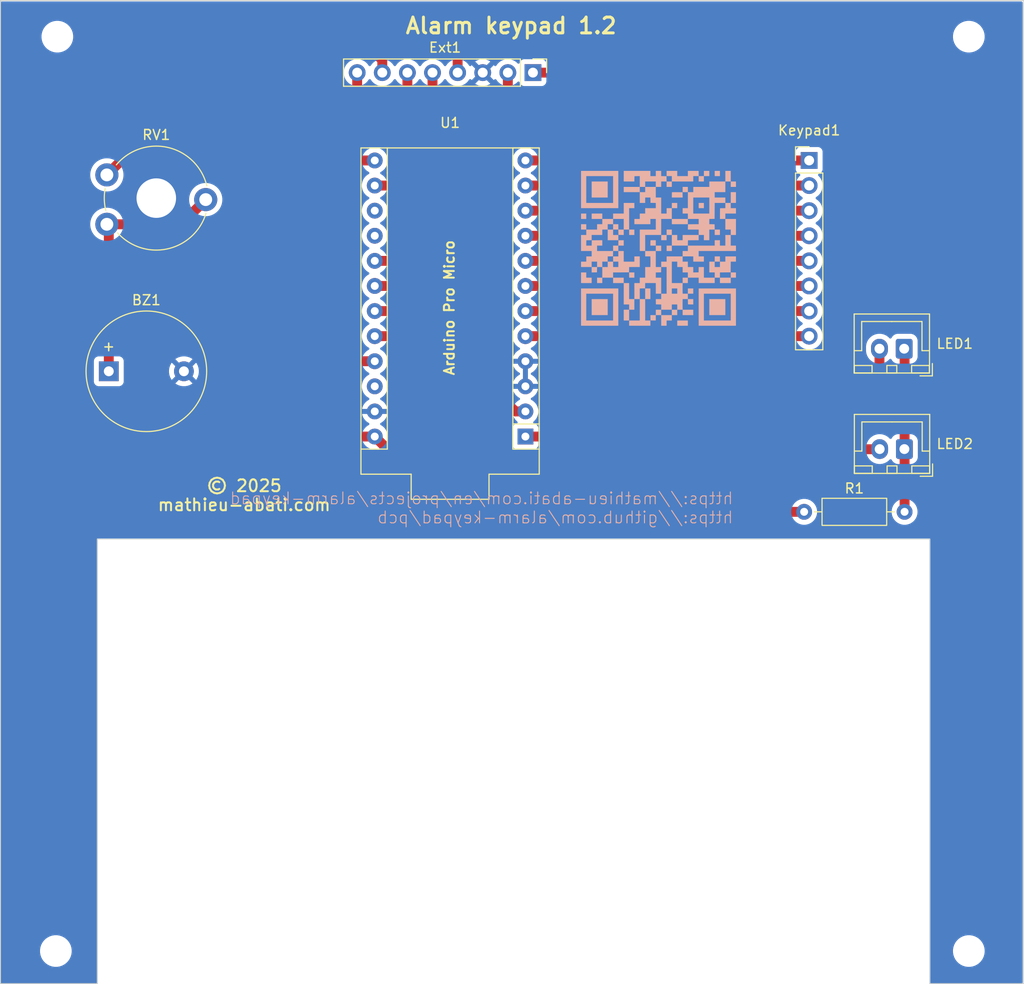
<source format=kicad_pcb>
(kicad_pcb (version 20241229) (generator "pcbnew") (generator_version "9.0")
  (title_block (title "Alarm keypad") (date "2025-11-15") (rev "1.2") (company "Mathieu Abati"))
  (layers (0 "F.Cu" signal) (2 "B.Cu" signal) (13 "F.Paste" user) (15 "B.Paste" user) (5 "F.SilkS" user "F.Silkscreen") (7 "B.SilkS" user "B.Silkscreen") (1 "F.Mask" user) (3 "B.Mask" user) (25 "Edge.Cuts" user))
  (net 0 "")
  (net 1 "GND")
  (net 2 "Net-(BZ1--)")
  (net 3 "Net-(Ext1-Pin_2)")
  (net 4 "Net-(Ext1-Pin_7)")
  (net 5 "Net-(Ext1-Pin_6)")
  (net 6 "Net-(Ext1-Pin_5)")
  (net 7 "Net-(Ext1-Pin_4)")
  (net 8 "Net-(Ext1-Pin_8)")
  (net 9 "Net-(Ext1-Pin_1)")
  (net 10 "Net-(Keypad1-Pin_7)")
  (net 11 "Net-(Keypad1-Pin_1)")
  (net 12 "Net-(Keypad1-Pin_2)")
  (net 13 "Net-(Keypad1-Pin_8)")
  (net 14 "Net-(Keypad1-Pin_4)")
  (net 15 "Net-(Keypad1-Pin_5)")
  (net 16 "Net-(Keypad1-Pin_3)")
  (net 17 "Net-(Keypad1-Pin_6)")
  (net 18 "Net-(LED1-Pin_2)")
  (net 19 "Net-(LED1-Pin_1)")
  (net 20 "Net-(LED2-Pin_2)")
  (net 21 "Net-(U1-~D10{slash}A10)")
  (footprint "Potentiometer_THT:Potentiometer_Piher_PT-10-V10_Vertical_Hole" (layer "F.Cu") (at 106.76 66.15)
    (property "Reference" "RV1" (at 5 -9.05 0) (layer "F.SilkS"))
    (property "Value" "R_Potentiometer")
    (pad "" np_thru_hole circle (at 5 -2.65) (size 4 4) (drill 4) (layers "*.Cu" "*.Mask"))
    (pad "1" thru_hole circle (at 0 0) (size 2.34 2.34) (drill 1.3) (layers "*.Cu" "*.Mask") (net 2 "Net-(BZ1--)"))
    (pad "2" thru_hole circle (at 10 -2.5) (size 2.34 2.34) (drill 1.3) (layers "*.Cu" "*.Mask") (net 2 "Net-(BZ1--)"))
    (pad "3" thru_hole circle (at 0 -5) (size 2.34 2.34) (drill 1.3) (layers "*.Cu" "*.Mask") (net 21 "Net-(U1-~D10{slash}A10)"))
  )
  (footprint "Arduino:Sparkfun_Pro_Micro" (layer "F.Cu") (at 133.858 59.69)
    (property "Reference" "U1" (at 7.62 -3.81 0) (layer "F.SilkS"))
    (property "Value" "Sparkfun_Pro_Micro")
    (pad "1" thru_hole rect (at 15.24 27.94) (size 1.6 1.6) (drill 0.8) (layers "*.Cu" "*.Mask") (net 9 "Net-(Ext1-Pin_1)"))
    (pad "2" thru_hole oval (at 15.24 25.4) (size 1.6 1.6) (drill 0.8) (layers "*.Cu" "*.Mask") (net 3 "Net-(Ext1-Pin_2)"))
    (pad "3" thru_hole oval (at 15.24 22.86) (size 1.6 1.6) (drill 0.8) (layers "*.Cu" "*.Mask") (net 1 "GND"))
    (pad "4" thru_hole oval (at 15.24 20.32) (size 1.6 1.6) (drill 0.8) (layers "*.Cu" "*.Mask") (net 1 "GND"))
    (pad "5" thru_hole oval (at 15.24 17.78) (size 1.6 1.6) (drill 0.8) (layers "*.Cu" "*.Mask") (net 13 "Net-(Keypad1-Pin_8)"))
    (pad "6" thru_hole oval (at 15.24 15.24) (size 1.6 1.6) (drill 0.8) (layers "*.Cu" "*.Mask") (net 10 "Net-(Keypad1-Pin_7)"))
    (pad "7" thru_hole oval (at 15.24 12.7) (size 1.6 1.6) (drill 0.8) (layers "*.Cu" "*.Mask") (net 17 "Net-(Keypad1-Pin_6)"))
    (pad "8" thru_hole oval (at 15.24 10.16) (size 1.6 1.6) (drill 0.8) (layers "*.Cu" "*.Mask") (net 15 "Net-(Keypad1-Pin_5)"))
    (pad "9" thru_hole oval (at 15.24 7.62) (size 1.6 1.6) (drill 0.8) (layers "*.Cu" "*.Mask") (net 14 "Net-(Keypad1-Pin_4)"))
    (pad "10" thru_hole oval (at 15.24 5.08) (size 1.6 1.6) (drill 0.8) (layers "*.Cu" "*.Mask") (net 16 "Net-(Keypad1-Pin_3)"))
    (pad "11" thru_hole oval (at 15.24 2.54) (size 1.6 1.6) (drill 0.8) (layers "*.Cu" "*.Mask") (net 12 "Net-(Keypad1-Pin_2)"))
    (pad "12" thru_hole oval (at 15.24 0) (size 1.6 1.6) (drill 0.8) (layers "*.Cu" "*.Mask") (net 11 "Net-(Keypad1-Pin_1)"))
    (pad "13" thru_hole oval (at 0 0) (size 1.6 1.6) (drill 0.8) (layers "*.Cu" "*.Mask") (net 21 "Net-(U1-~D10{slash}A10)"))
    (pad "14" thru_hole oval (at 0 2.54) (size 1.6 1.6) (drill 0.8) (layers "*.Cu" "*.Mask") (net 8 "Net-(Ext1-Pin_8)"))
    (pad "15" thru_hole oval (at 0 5.08) (size 1.6 1.6) (drill 0.8) (layers "*.Cu" "*.Mask"))
    (pad "16" thru_hole oval (at 0 7.62) (size 1.6 1.6) (drill 0.8) (layers "*.Cu" "*.Mask"))
    (pad "17" thru_hole oval (at 0 10.16) (size 1.6 1.6) (drill 0.8) (layers "*.Cu" "*.Mask") (net 5 "Net-(Ext1-Pin_6)"))
    (pad "18" thru_hole oval (at 0 12.7) (size 1.6 1.6) (drill 0.8) (layers "*.Cu" "*.Mask") (net 6 "Net-(Ext1-Pin_5)"))
    (pad "19" thru_hole oval (at 0 15.24) (size 1.6 1.6) (drill 0.8) (layers "*.Cu" "*.Mask") (net 18 "Net-(LED1-Pin_2)"))
    (pad "20" thru_hole oval (at 0 17.78) (size 1.6 1.6) (drill 0.8) (layers "*.Cu" "*.Mask") (net 20 "Net-(LED2-Pin_2)"))
    (pad "21" thru_hole oval (at 0 20.32) (size 1.6 1.6) (drill 0.8) (layers "*.Cu" "*.Mask") (net 4 "Net-(Ext1-Pin_7)"))
    (pad "22" thru_hole oval (at 0 22.86) (size 1.6 1.6) (drill 0.8) (layers "*.Cu" "*.Mask"))
    (pad "23" thru_hole oval (at 0 25.4) (size 1.6 1.6) (drill 0.8) (layers "*.Cu" "*.Mask") (net 1 "GND"))
    (pad "24" thru_hole oval (at 0 27.94) (size 1.6 1.6) (drill 0.8) (layers "*.Cu" "*.Mask") (net 7 "Net-(Ext1-Pin_4)"))
  )
  (footprint "" (layer "F.Cu") (at 194 139.538)
    (property "Reference" "" (at 0 0 0) (layer "F.SilkS") (effects (font (size 1.27 1.27))))
    (property "Value" "")
    (pad "" np_thru_hole circle (at -0.05 0.162) (size 2.7 2.7) (drill 2.7) (layers "*.Cu" "*.Mask"))
  )
  (footprint "Connector_JST:JST_XH_B2B-XH-A_1x02_P2.50mm_Vertical" (layer "F.Cu") (at 187.412 78.74 180)
    (property "Reference" "LED1" (at -5.12 0.508 0) (layer "F.SilkS"))
    (property "Value" "Conn_01x02")
    (pad "1" thru_hole roundrect (at 0 0 180) (size 1.7 2) (drill 1) (layers "*.Cu" "*.Mask") (roundrect_rratio 0.147059) (net 19 "Net-(LED1-Pin_1)"))
    (pad "2" thru_hole oval (at 2.5 0 180) (size 1.7 2) (drill 1) (layers "*.Cu" "*.Mask") (net 18 "Net-(LED1-Pin_2)"))
  )
  (footprint "" (layer "F.Cu") (at 194 47)
    (property "Reference" "" (at 0 0 0) (layer "F.SilkS") (effects (font (size 1.27 1.27))))
    (property "Value" "")
    (pad "" np_thru_hole circle (at -0.05 0.162) (size 2.7 2.7) (drill 2.7) (layers "*.Cu" "*.Mask"))
  )
  (footprint "" (layer "F.Cu") (at 101.8 47)
    (property "Reference" "" (at 0 0 0) (layer "F.SilkS") (effects (font (size 1.27 1.27))))
    (property "Value" "")
    (pad "" np_thru_hole circle (at -0.05 0.162) (size 2.7 2.7) (drill 2.7) (layers "*.Cu" "*.Mask"))
  )
  (footprint "Resistor_THT:R_Axial_DIN0207_L6.3mm_D2.5mm_P10.16mm_Horizontal" (layer "F.Cu") (at 177.292 95.25)
    (property "Reference" "R1" (at 5.08 -2.37 0) (layer "F.SilkS"))
    (property "Value" "R")
    (pad "1" thru_hole circle (at 0 0) (size 1.6 1.6) (drill 0.8) (layers "*.Cu" "*.Mask") (net 7 "Net-(Ext1-Pin_4)"))
    (pad "2" thru_hole circle (at 10.16 0) (size 1.6 1.6) (drill 0.8) (layers "*.Cu" "*.Mask") (net 19 "Net-(LED1-Pin_1)"))
  )
  (footprint "Buzzer_Beeper:Buzzer_12x9.5RM7.6" (layer "F.Cu") (at 106.954 81.026)
    (property "Reference" "BZ1" (at 3.8 -7.2 0) (layer "F.SilkS"))
    (property "Value" "Buzzer")
    (fp_text user "+" (at -0.01 -2.54 0) (layer "F.SilkS"))
    (pad "1" thru_hole rect (at 0 0) (size 2 2) (drill 1) (layers "*.Cu" "*.Mask") (net 2 "Net-(BZ1--)"))
    (pad "2" thru_hole circle (at 7.6 0) (size 2 2) (drill 1) (layers "*.Cu" "*.Mask") (net 1 "GND"))
  )
  (footprint "Connector_JST:JST_XH_B2B-XH-A_1x02_P2.50mm_Vertical" (layer "F.Cu") (at 187.432 88.9 180)
    (property "Reference" "LED2" (at -5.1 0.525 0) (layer "F.SilkS"))
    (property "Value" "Conn_01x02")
    (pad "1" thru_hole roundrect (at 0 0 180) (size 1.7 2) (drill 1) (layers "*.Cu" "*.Mask") (roundrect_rratio 0.147059) (net 19 "Net-(LED1-Pin_1)"))
    (pad "2" thru_hole oval (at 2.5 0 180) (size 1.7 2) (drill 1) (layers "*.Cu" "*.Mask") (net 20 "Net-(LED2-Pin_2)"))
  )
  (footprint "" (layer "F.Cu") (at 101.65 139.538)
    (property "Reference" "" (at 0 0 0) (layer "F.SilkS") (effects (font (size 1.27 1.27))))
    (property "Value" "")
    (pad "" np_thru_hole circle (at -0.05 0.162) (size 2.7 2.7) (drill 2.7) (layers "*.Cu" "*.Mask"))
  )
  (footprint "Connector_PinHeader_2.54mm:PinHeader_1x08_P2.54mm_Vertical" (layer "F.Cu") (at 177.8 59.69)
    (property "Reference" "Keypad1" (at 0 -3.048 0) (layer "F.SilkS"))
    (property "Value" "Conn_01x08")
    (pad "1" thru_hole rect (at 0 0) (size 1.7 1.7) (drill 1) (layers "*.Cu" "*.Mask") (net 11 "Net-(Keypad1-Pin_1)"))
    (pad "2" thru_hole circle (at 0 2.54) (size 1.7 1.7) (drill 1) (layers "*.Cu" "*.Mask") (net 12 "Net-(Keypad1-Pin_2)"))
    (pad "3" thru_hole circle (at 0 5.08) (size 1.7 1.7) (drill 1) (layers "*.Cu" "*.Mask") (net 16 "Net-(Keypad1-Pin_3)"))
    (pad "4" thru_hole circle (at 0 7.62) (size 1.7 1.7) (drill 1) (layers "*.Cu" "*.Mask") (net 14 "Net-(Keypad1-Pin_4)"))
    (pad "5" thru_hole circle (at 0 10.16) (size 1.7 1.7) (drill 1) (layers "*.Cu" "*.Mask") (net 15 "Net-(Keypad1-Pin_5)"))
    (pad "6" thru_hole circle (at 0 12.7) (size 1.7 1.7) (drill 1) (layers "*.Cu" "*.Mask") (net 17 "Net-(Keypad1-Pin_6)"))
    (pad "7" thru_hole circle (at 0 15.24) (size 1.7 1.7) (drill 1) (layers "*.Cu" "*.Mask") (net 10 "Net-(Keypad1-Pin_7)"))
    (pad "8" thru_hole circle (at 0 17.78) (size 1.7 1.7) (drill 1) (layers "*.Cu" "*.Mask") (net 13 "Net-(Keypad1-Pin_8)"))
  )
  (footprint "Connector_PinHeader_2.54mm:PinHeader_1x08_P2.54mm_Vertical" (layer "F.Cu") (at 149.86 50.8 -90)
    (property "Reference" "Ext1" (at -2.54 8.89 180) (layer "F.SilkS"))
    (property "Value" "Conn_01x08")
    (pad "1" thru_hole rect (at 0 0 270) (size 1.7 1.7) (drill 1) (layers "*.Cu" "*.Mask") (net 9 "Net-(Ext1-Pin_1)"))
    (pad "2" thru_hole circle (at 0 2.54 270) (size 1.7 1.7) (drill 1) (layers "*.Cu" "*.Mask") (net 3 "Net-(Ext1-Pin_2)"))
    (pad "3" thru_hole circle (at 0 5.08 270) (size 1.7 1.7) (drill 1) (layers "*.Cu" "*.Mask") (net 1 "GND"))
    (pad "4" thru_hole circle (at 0 7.62 270) (size 1.7 1.7) (drill 1) (layers "*.Cu" "*.Mask") (net 7 "Net-(Ext1-Pin_4)"))
    (pad "5" thru_hole circle (at 0 10.16 270) (size 1.7 1.7) (drill 1) (layers "*.Cu" "*.Mask") (net 6 "Net-(Ext1-Pin_5)"))
    (pad "6" thru_hole circle (at 0 12.7 270) (size 1.7 1.7) (drill 1) (layers "*.Cu" "*.Mask") (net 5 "Net-(Ext1-Pin_6)"))
    (pad "7" thru_hole circle (at 0 15.24 270) (size 1.7 1.7) (drill 1) (layers "*.Cu" "*.Mask") (net 4 "Net-(Ext1-Pin_7)"))
    (pad "8" thru_hole circle (at 0 17.78 270) (size 1.7 1.7) (drill 1) (layers "*.Cu" "*.Mask") (net 8 "Net-(Ext1-Pin_8)"))
  )
  (footprint "qr:qr" (layer "B.Cu") (at 162.56 68.58)
    (property "Reference" "G1" (hide yes))
    (property "Value" "LOGO" (hide yes))
  )
  (gr_line (start 105.8 98) (end 190 98) (stroke (width 0.1)) (layer "Edge.Cuts"))
  (gr_line (start 190 98) (end 190 143) (stroke (width 0.1)) (layer "Edge.Cuts"))
  (gr_line (start 105.8 143) (end 105.8 98) (stroke (width 0.1)) (layer "Edge.Cuts"))
  (gr_line (start 199.5 43.5) (end 199.5 143) (stroke (width 0.1)) (layer "Edge.Cuts"))
  (gr_line (start 105.8 143) (end 96 143) (stroke (width 0.1)) (layer "Edge.Cuts"))
  (gr_line (start 96 43.5) (end 199.5 43.5) (stroke (width 0.1)) (layer "Edge.Cuts"))
  (gr_line (start 96 143) (end 96 43.5) (stroke (width 0.1)) (layer "Edge.Cuts"))
  (gr_line (start 199.5 143) (end 190 143) (stroke (width 0.1)) (layer "Edge.Cuts"))
  (gr_text "Arduino Pro Micro" (at 141.986 81.534 90) (layer "F.SilkS") (effects (font (size 1 1) (thickness 0.2) (bold yes)) (justify left bottom)))
  (gr_text "Alarm keypad 1.2" (at 136.831428 46.99 0) (layer "F.SilkS") (effects (font (size 1.6 1.6) (thickness 0.3) (bold yes)) (justify left bottom)))
  (gr_text "© 2025\nmathieu-abati.com" (at 120.65 95.25 0) (layer "F.SilkS") (effects (font (size 1.2 1.2) (thickness 0.2) (bold yes)) (justify bottom)))
  (gr_text "https://mathieu-abati.com/en/projects/alarm-keypad\nhttps://github.com/alarm-keypad/pcb" (at 170.18 96.52 0) (layer "B.SilkS") (effects (font (size 1.2 1.2) (thickness 0.1)) (justify left bottom mirror)))
  (segment (start 114.26 66.15) (end 116.76 63.65) (width 1) (layer "F.Cu") (net 2))
  (segment (start 106.76 66.15) (end 114.26 66.15) (width 1) (layer "F.Cu") (net 2))
  (segment (start 106.954 81.026) (end 106.954 66.344) (width 1) (layer "F.Cu") (net 2))
  (segment (start 106.954 66.344) (end 106.76 66.15) (width 1) (layer "F.Cu") (net 2))
  (segment (start 147.32 53.34) (end 147.32 50.8) (width 1) (layer "F.Cu") (net 3))
  (segment (start 148.082 85.09) (end 149.098 85.09) (width 1) (layer "F.Cu") (net 3))
  (segment (start 144.78 55.88) (end 147.32 53.34) (width 1) (layer "F.Cu") (net 3))
  (segment (start 144.78 81.788) (end 144.78 55.88) (width 1) (layer "F.Cu") (net 3))
  (segment (start 144.78 81.788) (end 148.082 85.09) (width 1) (layer "F.Cu") (net 3))
  (segment (start 134.62 49.53) (end 133.35 48.26) (width 1) (layer "F.Cu") (net 4))
  (segment (start 111.76 48.26) (end 101.6 58.42) (width 1) (layer "F.Cu") (net 4))
  (segment (start 101.6 81.28) (end 105.41 85.09) (width 1) (layer "F.Cu") (net 4))
  (segment (start 130.81 80.01) (end 133.858 80.01) (width 1) (layer "F.Cu") (net 4))
  (segment (start 105.41 85.09) (end 125.73 85.09) (width 1) (layer "F.Cu") (net 4))
  (segment (start 125.73 85.09) (end 130.81 80.01) (width 1) (layer "F.Cu") (net 4))
  (segment (start 134.62 50.8) (end 134.62 49.53) (width 1) (layer "F.Cu") (net 4))
  (segment (start 101.6 58.42) (end 101.6 81.28) (width 1) (layer "F.Cu") (net 4))
  (segment (start 133.35 48.26) (end 111.76 48.26) (width 1) (layer "F.Cu") (net 4))
  (segment (start 137.16 54.61) (end 137.16 50.8) (width 1) (layer "F.Cu") (net 5))
  (segment (start 139.7 57.15) (end 137.16 54.61) (width 1) (layer "F.Cu") (net 5))
  (segment (start 139.7 66.04) (end 139.7 57.15) (width 1) (layer "F.Cu") (net 5))
  (segment (start 139.7 66.04) (end 135.89 69.85) (width 1) (layer "F.Cu") (net 5))
  (segment (start 135.89 69.85) (end 133.858 69.85) (width 1) (layer "F.Cu") (net 5))
  (segment (start 136.652 72.39) (end 133.858 72.39) (width 1) (layer "F.Cu") (net 6))
  (segment (start 142.24 55.88) (end 139.7 53.34) (width 1) (layer "F.Cu") (net 6))
  (segment (start 139.7 53.34) (end 139.7 50.8) (width 1) (layer "F.Cu") (net 6))
  (segment (start 142.24 66.802) (end 142.24 55.88) (width 1) (layer "F.Cu") (net 6))
  (segment (start 142.24 66.802) (end 136.652 72.39) (width 1) (layer "F.Cu") (net 6))
  (segment (start 99.06 57.15) (end 110.49 45.72) (width 1) (layer "F.Cu") (net 7))
  (segment (start 142.24 48.26) (end 142.24 50.8) (width 1) (layer "F.Cu") (net 7))
  (segment (start 110.49 45.72) (end 139.7 45.72) (width 1) (layer "F.Cu") (net 7))
  (segment (start 99.06 82.55) (end 99.06 57.15) (width 1) (layer "F.Cu") (net 7))
  (segment (start 104.14 87.63) (end 99.06 82.55) (width 1) (layer "F.Cu") (net 7))
  (segment (start 141.478 95.25) (end 133.858 87.63) (width 1) (layer "F.Cu") (net 7))
  (segment (start 139.7 45.72) (end 142.24 48.26) (width 1) (layer "F.Cu") (net 7))
  (segment (start 133.858 87.63) (end 104.14 87.63) (width 1) (layer "F.Cu") (net 7))
  (segment (start 177.292 95.25) (end 141.478 95.25) (width 1) (layer "F.Cu") (net 7))
  (segment (start 132.08 53.34) (end 132.08 50.8) (width 1) (layer "F.Cu") (net 8))
  (segment (start 137.16 58.42) (end 132.08 53.34) (width 1) (layer "F.Cu") (net 8))
  (segment (start 135.509 62.23) (end 133.858 62.23) (width 1) (layer "F.Cu") (net 8))
  (segment (start 137.16 60.579) (end 135.509 62.23) (width 1) (layer "F.Cu") (net 8))
  (segment (start 137.16 60.579) (end 137.16 58.42) (width 1) (layer "F.Cu") (net 8))
  (segment (start 175.26 87.63) (end 149.098 87.63) (width 1) (layer "F.Cu") (net 9))
  (segment (start 149.86 50.8) (end 177.8 50.8) (width 1) (layer "F.Cu") (net 9))
  (segment (start 181.61 81.28) (end 175.26 87.63) (width 1) (layer "F.Cu") (net 9))
  (segment (start 177.8 50.8) (end 181.61 54.61) (width 1) (layer "F.Cu") (net 9))
  (segment (start 181.61 54.61) (end 181.61 81.28) (width 1) (layer "F.Cu") (net 9))
  (segment (start 177.8 74.93) (end 149.098 74.93) (width 1) (layer "F.Cu") (net 10))
  (segment (start 177.8 59.69) (end 149.098 59.69) (width 1) (layer "F.Cu") (net 11))
  (segment (start 149.098 62.23) (end 177.8 62.23) (width 1) (layer "F.Cu") (net 12))
  (segment (start 149.098 77.47) (end 177.8 77.47) (width 1) (layer "F.Cu") (net 13))
  (segment (start 149.098 67.31) (end 177.8 67.31) (width 1) (layer "F.Cu") (net 14))
  (segment (start 177.8 69.85) (end 149.098 69.85) (width 1) (layer "F.Cu") (net 15))
  (segment (start 177.8 64.77) (end 149.098 64.77) (width 1) (layer "F.Cu") (net 16))
  (segment (start 149.098 72.39) (end 177.8 72.39) (width 1) (layer "F.Cu") (net 17))
  (segment (start 139.7 83.82) (end 139.7 77.47) (width 1) (layer "F.Cu") (net 18))
  (segment (start 137.16 74.93) (end 133.858 74.93) (width 1) (layer "F.Cu") (net 18))
  (segment (start 176.53 90.17) (end 146.05 90.17) (width 1) (layer "F.Cu") (net 18))
  (segment (start 146.05 90.17) (end 139.7 83.82) (width 1) (layer "F.Cu") (net 18))
  (segment (start 184.912 81.788) (end 176.53 90.17) (width 1) (layer "F.Cu") (net 18))
  (segment (start 139.7 77.47) (end 137.16 74.93) (width 1) (layer "F.Cu") (net 18))
  (segment (start 184.912 78.74) (end 184.912 81.788) (width 1) (layer "F.Cu") (net 18))
  (segment (start 187.452 78.78) (end 187.412 78.74) (width 1) (layer "F.Cu") (net 19))
  (segment (start 187.452 79.034) (end 187.412 78.994) (width 1) (layer "F.Cu") (net 19))
  (segment (start 187.452 95.25) (end 187.452 78.78) (width 1) (layer "F.Cu") (net 19))
  (segment (start 184.932 88.917) (end 181.593 88.917) (width 1) (layer "F.Cu") (net 20))
  (segment (start 135.89 77.47) (end 133.858 77.47) (width 1) (layer "F.Cu") (net 20))
  (segment (start 181.593 88.917) (end 177.8 92.71) (width 1) (layer "F.Cu") (net 20))
  (segment (start 137.16 78.74) (end 135.89 77.47) (width 1) (layer "F.Cu") (net 20))
  (segment (start 177.8 92.71) (end 144.78 92.71) (width 1) (layer "F.Cu") (net 20))
  (segment (start 137.16 85.09) (end 137.16 78.74) (width 1) (layer "F.Cu") (net 20))
  (segment (start 144.78 92.71) (end 137.16 85.09) (width 1) (layer "F.Cu") (net 20))
  (segment (start 133.858 59.69) (end 108.22 59.69) (width 1) (layer "F.Cu") (net 21))
  (segment (start 108.22 59.69) (end 106.76 61.15) (width 1) (layer "F.Cu") (net 21))
  (zone (net 1) (net_name "GND") (layer "B.Cu") (connect_pads (clearance 0.508)) (min_thickness 0.254) (fill yes (thermal_gap 0.508) (thermal_bridge_width 0.508))
    (polygon (pts (xy 199.4 143) (xy 96 143) (xy 96 43.6) (xy 199.4 43.6)))
  )
)
</source>
